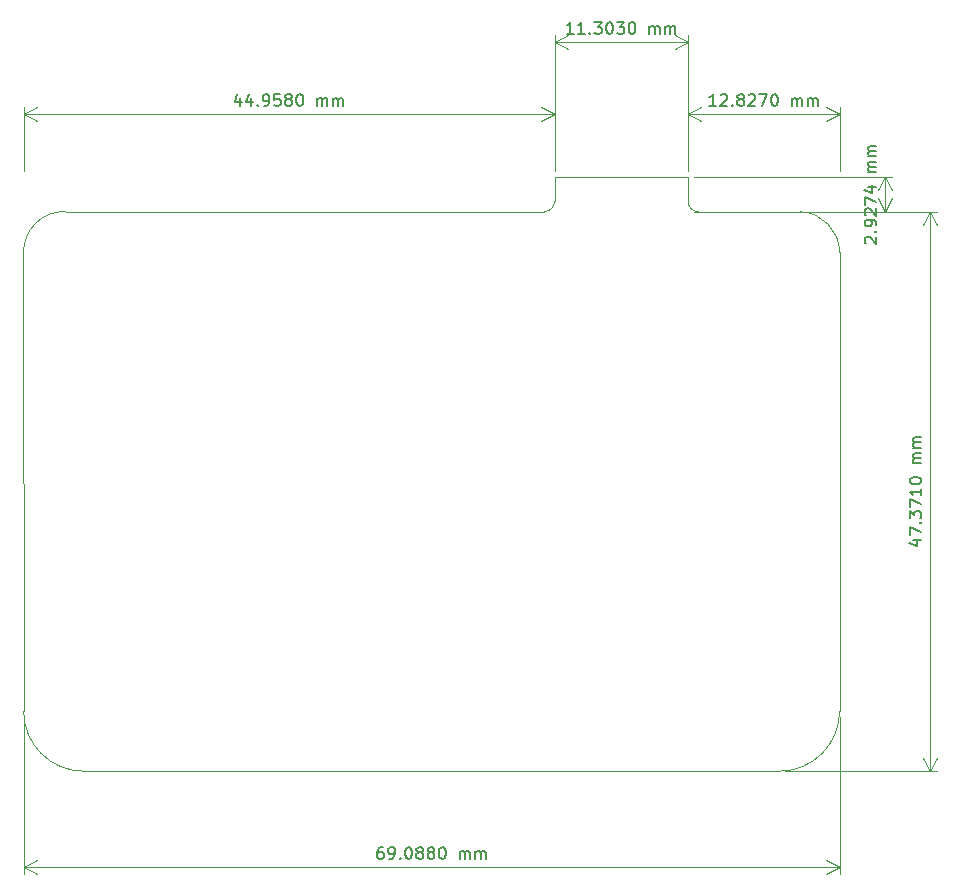
<source format=gbr>
%TF.GenerationSoftware,KiCad,Pcbnew,(6.0.7)*%
%TF.CreationDate,2022-08-09T22:38:16+07:00*%
%TF.ProjectId,Keypad-3,4b657970-6164-42d3-932e-6b696361645f,rev?*%
%TF.SameCoordinates,Original*%
%TF.FileFunction,Profile,NP*%
%FSLAX46Y46*%
G04 Gerber Fmt 4.6, Leading zero omitted, Abs format (unit mm)*
G04 Created by KiCad (PCBNEW (6.0.7)) date 2022-08-09 22:38:16*
%MOMM*%
%LPD*%
G01*
G04 APERTURE LIST*
%ADD10C,0.150000*%
%TA.AperFunction,Profile*%
%ADD11C,0.100000*%
%TD*%
G04 APERTURE END LIST*
D10*
X177213142Y-150702380D02*
X177022666Y-150702380D01*
X176927428Y-150750000D01*
X176879809Y-150797619D01*
X176784571Y-150940476D01*
X176736952Y-151130952D01*
X176736952Y-151511904D01*
X176784571Y-151607142D01*
X176832190Y-151654761D01*
X176927428Y-151702380D01*
X177117904Y-151702380D01*
X177213142Y-151654761D01*
X177260761Y-151607142D01*
X177308380Y-151511904D01*
X177308380Y-151273809D01*
X177260761Y-151178571D01*
X177213142Y-151130952D01*
X177117904Y-151083333D01*
X176927428Y-151083333D01*
X176832190Y-151130952D01*
X176784571Y-151178571D01*
X176736952Y-151273809D01*
X177784571Y-151702380D02*
X177975047Y-151702380D01*
X178070285Y-151654761D01*
X178117904Y-151607142D01*
X178213142Y-151464285D01*
X178260761Y-151273809D01*
X178260761Y-150892857D01*
X178213142Y-150797619D01*
X178165523Y-150750000D01*
X178070285Y-150702380D01*
X177879809Y-150702380D01*
X177784571Y-150750000D01*
X177736952Y-150797619D01*
X177689333Y-150892857D01*
X177689333Y-151130952D01*
X177736952Y-151226190D01*
X177784571Y-151273809D01*
X177879809Y-151321428D01*
X178070285Y-151321428D01*
X178165523Y-151273809D01*
X178213142Y-151226190D01*
X178260761Y-151130952D01*
X178689333Y-151607142D02*
X178736952Y-151654761D01*
X178689333Y-151702380D01*
X178641714Y-151654761D01*
X178689333Y-151607142D01*
X178689333Y-151702380D01*
X179356000Y-150702380D02*
X179451238Y-150702380D01*
X179546476Y-150750000D01*
X179594095Y-150797619D01*
X179641714Y-150892857D01*
X179689333Y-151083333D01*
X179689333Y-151321428D01*
X179641714Y-151511904D01*
X179594095Y-151607142D01*
X179546476Y-151654761D01*
X179451238Y-151702380D01*
X179356000Y-151702380D01*
X179260761Y-151654761D01*
X179213142Y-151607142D01*
X179165523Y-151511904D01*
X179117904Y-151321428D01*
X179117904Y-151083333D01*
X179165523Y-150892857D01*
X179213142Y-150797619D01*
X179260761Y-150750000D01*
X179356000Y-150702380D01*
X180260761Y-151130952D02*
X180165523Y-151083333D01*
X180117904Y-151035714D01*
X180070285Y-150940476D01*
X180070285Y-150892857D01*
X180117904Y-150797619D01*
X180165523Y-150750000D01*
X180260761Y-150702380D01*
X180451238Y-150702380D01*
X180546476Y-150750000D01*
X180594095Y-150797619D01*
X180641714Y-150892857D01*
X180641714Y-150940476D01*
X180594095Y-151035714D01*
X180546476Y-151083333D01*
X180451238Y-151130952D01*
X180260761Y-151130952D01*
X180165523Y-151178571D01*
X180117904Y-151226190D01*
X180070285Y-151321428D01*
X180070285Y-151511904D01*
X180117904Y-151607142D01*
X180165523Y-151654761D01*
X180260761Y-151702380D01*
X180451238Y-151702380D01*
X180546476Y-151654761D01*
X180594095Y-151607142D01*
X180641714Y-151511904D01*
X180641714Y-151321428D01*
X180594095Y-151226190D01*
X180546476Y-151178571D01*
X180451238Y-151130952D01*
X181213142Y-151130952D02*
X181117904Y-151083333D01*
X181070285Y-151035714D01*
X181022666Y-150940476D01*
X181022666Y-150892857D01*
X181070285Y-150797619D01*
X181117904Y-150750000D01*
X181213142Y-150702380D01*
X181403619Y-150702380D01*
X181498857Y-150750000D01*
X181546476Y-150797619D01*
X181594095Y-150892857D01*
X181594095Y-150940476D01*
X181546476Y-151035714D01*
X181498857Y-151083333D01*
X181403619Y-151130952D01*
X181213142Y-151130952D01*
X181117904Y-151178571D01*
X181070285Y-151226190D01*
X181022666Y-151321428D01*
X181022666Y-151511904D01*
X181070285Y-151607142D01*
X181117904Y-151654761D01*
X181213142Y-151702380D01*
X181403619Y-151702380D01*
X181498857Y-151654761D01*
X181546476Y-151607142D01*
X181594095Y-151511904D01*
X181594095Y-151321428D01*
X181546476Y-151226190D01*
X181498857Y-151178571D01*
X181403619Y-151130952D01*
X182213142Y-150702380D02*
X182308380Y-150702380D01*
X182403619Y-150750000D01*
X182451238Y-150797619D01*
X182498857Y-150892857D01*
X182546476Y-151083333D01*
X182546476Y-151321428D01*
X182498857Y-151511904D01*
X182451238Y-151607142D01*
X182403619Y-151654761D01*
X182308380Y-151702380D01*
X182213142Y-151702380D01*
X182117904Y-151654761D01*
X182070285Y-151607142D01*
X182022666Y-151511904D01*
X181975047Y-151321428D01*
X181975047Y-151083333D01*
X182022666Y-150892857D01*
X182070285Y-150797619D01*
X182117904Y-150750000D01*
X182213142Y-150702380D01*
X183736952Y-151702380D02*
X183736952Y-151035714D01*
X183736952Y-151130952D02*
X183784571Y-151083333D01*
X183879809Y-151035714D01*
X184022666Y-151035714D01*
X184117904Y-151083333D01*
X184165523Y-151178571D01*
X184165523Y-151702380D01*
X184165523Y-151178571D02*
X184213142Y-151083333D01*
X184308380Y-151035714D01*
X184451238Y-151035714D01*
X184546476Y-151083333D01*
X184594095Y-151178571D01*
X184594095Y-151702380D01*
X185070285Y-151702380D02*
X185070285Y-151035714D01*
X185070285Y-151130952D02*
X185117904Y-151083333D01*
X185213142Y-151035714D01*
X185356000Y-151035714D01*
X185451238Y-151083333D01*
X185498857Y-151178571D01*
X185498857Y-151702380D01*
X185498857Y-151178571D02*
X185546476Y-151083333D01*
X185641714Y-151035714D01*
X185784571Y-151035714D01*
X185879809Y-151083333D01*
X185927428Y-151178571D01*
X185927428Y-151702380D01*
D11*
X215900000Y-139692000D02*
X215900000Y-152986420D01*
X146812000Y-139692000D02*
X146812000Y-152986420D01*
X215900000Y-152400000D02*
X146812000Y-152400000D01*
X215900000Y-152400000D02*
X146812000Y-152400000D01*
X215900000Y-152400000D02*
X214773496Y-151813579D01*
X215900000Y-152400000D02*
X214773496Y-152986421D01*
X146812000Y-152400000D02*
X147938504Y-152986421D01*
X146812000Y-152400000D02*
X147938504Y-151813579D01*
D10*
X222155714Y-124729357D02*
X222822380Y-124729357D01*
X221774761Y-124967452D02*
X222489047Y-125205547D01*
X222489047Y-124586500D01*
X221822380Y-124300785D02*
X221822380Y-123634119D01*
X222822380Y-124062690D01*
X222727142Y-123253166D02*
X222774761Y-123205547D01*
X222822380Y-123253166D01*
X222774761Y-123300785D01*
X222727142Y-123253166D01*
X222822380Y-123253166D01*
X221822380Y-122872214D02*
X221822380Y-122253166D01*
X222203333Y-122586500D01*
X222203333Y-122443642D01*
X222250952Y-122348404D01*
X222298571Y-122300785D01*
X222393809Y-122253166D01*
X222631904Y-122253166D01*
X222727142Y-122300785D01*
X222774761Y-122348404D01*
X222822380Y-122443642D01*
X222822380Y-122729357D01*
X222774761Y-122824595D01*
X222727142Y-122872214D01*
X221822380Y-121919833D02*
X221822380Y-121253166D01*
X222822380Y-121681738D01*
X222822380Y-120348404D02*
X222822380Y-120919833D01*
X222822380Y-120634119D02*
X221822380Y-120634119D01*
X221965238Y-120729357D01*
X222060476Y-120824595D01*
X222108095Y-120919833D01*
X221822380Y-119729357D02*
X221822380Y-119634119D01*
X221870000Y-119538880D01*
X221917619Y-119491261D01*
X222012857Y-119443642D01*
X222203333Y-119396023D01*
X222441428Y-119396023D01*
X222631904Y-119443642D01*
X222727142Y-119491261D01*
X222774761Y-119538880D01*
X222822380Y-119634119D01*
X222822380Y-119729357D01*
X222774761Y-119824595D01*
X222727142Y-119872214D01*
X222631904Y-119919833D01*
X222441428Y-119967452D01*
X222203333Y-119967452D01*
X222012857Y-119919833D01*
X221917619Y-119872214D01*
X221870000Y-119824595D01*
X221822380Y-119729357D01*
X222822380Y-118205547D02*
X222155714Y-118205547D01*
X222250952Y-118205547D02*
X222203333Y-118157928D01*
X222155714Y-118062690D01*
X222155714Y-117919833D01*
X222203333Y-117824595D01*
X222298571Y-117776976D01*
X222822380Y-117776976D01*
X222298571Y-117776976D02*
X222203333Y-117729357D01*
X222155714Y-117634119D01*
X222155714Y-117491261D01*
X222203333Y-117396023D01*
X222298571Y-117348404D01*
X222822380Y-117348404D01*
X222822380Y-116872214D02*
X222155714Y-116872214D01*
X222250952Y-116872214D02*
X222203333Y-116824595D01*
X222155714Y-116729357D01*
X222155714Y-116586500D01*
X222203333Y-116491261D01*
X222298571Y-116443642D01*
X222822380Y-116443642D01*
X222298571Y-116443642D02*
X222203333Y-116396023D01*
X222155714Y-116300785D01*
X222155714Y-116157928D01*
X222203333Y-116062690D01*
X222298571Y-116015071D01*
X222822380Y-116015071D01*
D11*
X211320000Y-144272000D02*
X224106420Y-144272000D01*
X211320000Y-96901000D02*
X224106420Y-96901000D01*
X223520000Y-144272000D02*
X223520000Y-96901000D01*
X223520000Y-144272000D02*
X223520000Y-96901000D01*
X223520000Y-144272000D02*
X224106421Y-143145496D01*
X223520000Y-144272000D02*
X222933579Y-143145496D01*
X223520000Y-96901000D02*
X222933579Y-98027504D01*
X223520000Y-96901000D02*
X224106421Y-98027504D01*
D10*
X218107619Y-99586548D02*
X218060000Y-99538929D01*
X218012380Y-99443691D01*
X218012380Y-99205595D01*
X218060000Y-99110357D01*
X218107619Y-99062738D01*
X218202857Y-99015119D01*
X218298095Y-99015119D01*
X218440952Y-99062738D01*
X219012380Y-99634167D01*
X219012380Y-99015119D01*
X218917142Y-98586548D02*
X218964761Y-98538929D01*
X219012380Y-98586548D01*
X218964761Y-98634167D01*
X218917142Y-98586548D01*
X219012380Y-98586548D01*
X219012380Y-98062738D02*
X219012380Y-97872262D01*
X218964761Y-97777024D01*
X218917142Y-97729405D01*
X218774285Y-97634167D01*
X218583809Y-97586548D01*
X218202857Y-97586548D01*
X218107619Y-97634167D01*
X218060000Y-97681786D01*
X218012380Y-97777024D01*
X218012380Y-97967500D01*
X218060000Y-98062738D01*
X218107619Y-98110357D01*
X218202857Y-98157976D01*
X218440952Y-98157976D01*
X218536190Y-98110357D01*
X218583809Y-98062738D01*
X218631428Y-97967500D01*
X218631428Y-97777024D01*
X218583809Y-97681786D01*
X218536190Y-97634167D01*
X218440952Y-97586548D01*
X218107619Y-97205595D02*
X218060000Y-97157976D01*
X218012380Y-97062738D01*
X218012380Y-96824643D01*
X218060000Y-96729405D01*
X218107619Y-96681786D01*
X218202857Y-96634167D01*
X218298095Y-96634167D01*
X218440952Y-96681786D01*
X219012380Y-97253214D01*
X219012380Y-96634167D01*
X218012380Y-96300833D02*
X218012380Y-95634167D01*
X219012380Y-96062738D01*
X218345714Y-94824643D02*
X219012380Y-94824643D01*
X217964761Y-95062738D02*
X218679047Y-95300833D01*
X218679047Y-94681786D01*
X219012380Y-93538929D02*
X218345714Y-93538929D01*
X218440952Y-93538929D02*
X218393333Y-93491310D01*
X218345714Y-93396071D01*
X218345714Y-93253214D01*
X218393333Y-93157976D01*
X218488571Y-93110357D01*
X219012380Y-93110357D01*
X218488571Y-93110357D02*
X218393333Y-93062738D01*
X218345714Y-92967500D01*
X218345714Y-92824643D01*
X218393333Y-92729405D01*
X218488571Y-92681786D01*
X219012380Y-92681786D01*
X219012380Y-92205595D02*
X218345714Y-92205595D01*
X218440952Y-92205595D02*
X218393333Y-92157976D01*
X218345714Y-92062738D01*
X218345714Y-91919881D01*
X218393333Y-91824643D01*
X218488571Y-91777024D01*
X219012380Y-91777024D01*
X218488571Y-91777024D02*
X218393333Y-91729405D01*
X218345714Y-91634167D01*
X218345714Y-91491310D01*
X218393333Y-91396071D01*
X218488571Y-91348452D01*
X219012380Y-91348452D01*
D11*
X203573000Y-93980000D02*
X220296420Y-93980000D01*
X203573000Y-96907382D02*
X220296420Y-96907382D01*
X219710000Y-93980000D02*
X219710000Y-96907382D01*
X219710000Y-93980000D02*
X219710000Y-96907382D01*
X219710000Y-93980000D02*
X219123579Y-95106504D01*
X219710000Y-93980000D02*
X220296421Y-95106504D01*
X219710000Y-96907382D02*
X220296421Y-95780878D01*
X219710000Y-96907382D02*
X219123579Y-95780878D01*
D10*
X193373880Y-81852380D02*
X192802452Y-81852380D01*
X193088166Y-81852380D02*
X193088166Y-80852380D01*
X192992928Y-80995238D01*
X192897690Y-81090476D01*
X192802452Y-81138095D01*
X194326261Y-81852380D02*
X193754833Y-81852380D01*
X194040547Y-81852380D02*
X194040547Y-80852380D01*
X193945309Y-80995238D01*
X193850071Y-81090476D01*
X193754833Y-81138095D01*
X194754833Y-81757142D02*
X194802452Y-81804761D01*
X194754833Y-81852380D01*
X194707214Y-81804761D01*
X194754833Y-81757142D01*
X194754833Y-81852380D01*
X195135785Y-80852380D02*
X195754833Y-80852380D01*
X195421500Y-81233333D01*
X195564357Y-81233333D01*
X195659595Y-81280952D01*
X195707214Y-81328571D01*
X195754833Y-81423809D01*
X195754833Y-81661904D01*
X195707214Y-81757142D01*
X195659595Y-81804761D01*
X195564357Y-81852380D01*
X195278642Y-81852380D01*
X195183404Y-81804761D01*
X195135785Y-81757142D01*
X196373880Y-80852380D02*
X196469119Y-80852380D01*
X196564357Y-80900000D01*
X196611976Y-80947619D01*
X196659595Y-81042857D01*
X196707214Y-81233333D01*
X196707214Y-81471428D01*
X196659595Y-81661904D01*
X196611976Y-81757142D01*
X196564357Y-81804761D01*
X196469119Y-81852380D01*
X196373880Y-81852380D01*
X196278642Y-81804761D01*
X196231023Y-81757142D01*
X196183404Y-81661904D01*
X196135785Y-81471428D01*
X196135785Y-81233333D01*
X196183404Y-81042857D01*
X196231023Y-80947619D01*
X196278642Y-80900000D01*
X196373880Y-80852380D01*
X197040547Y-80852380D02*
X197659595Y-80852380D01*
X197326261Y-81233333D01*
X197469119Y-81233333D01*
X197564357Y-81280952D01*
X197611976Y-81328571D01*
X197659595Y-81423809D01*
X197659595Y-81661904D01*
X197611976Y-81757142D01*
X197564357Y-81804761D01*
X197469119Y-81852380D01*
X197183404Y-81852380D01*
X197088166Y-81804761D01*
X197040547Y-81757142D01*
X198278642Y-80852380D02*
X198373880Y-80852380D01*
X198469119Y-80900000D01*
X198516738Y-80947619D01*
X198564357Y-81042857D01*
X198611976Y-81233333D01*
X198611976Y-81471428D01*
X198564357Y-81661904D01*
X198516738Y-81757142D01*
X198469119Y-81804761D01*
X198373880Y-81852380D01*
X198278642Y-81852380D01*
X198183404Y-81804761D01*
X198135785Y-81757142D01*
X198088166Y-81661904D01*
X198040547Y-81471428D01*
X198040547Y-81233333D01*
X198088166Y-81042857D01*
X198135785Y-80947619D01*
X198183404Y-80900000D01*
X198278642Y-80852380D01*
X199802452Y-81852380D02*
X199802452Y-81185714D01*
X199802452Y-81280952D02*
X199850071Y-81233333D01*
X199945309Y-81185714D01*
X200088166Y-81185714D01*
X200183404Y-81233333D01*
X200231023Y-81328571D01*
X200231023Y-81852380D01*
X200231023Y-81328571D02*
X200278642Y-81233333D01*
X200373880Y-81185714D01*
X200516738Y-81185714D01*
X200611976Y-81233333D01*
X200659595Y-81328571D01*
X200659595Y-81852380D01*
X201135785Y-81852380D02*
X201135785Y-81185714D01*
X201135785Y-81280952D02*
X201183404Y-81233333D01*
X201278642Y-81185714D01*
X201421500Y-81185714D01*
X201516738Y-81233333D01*
X201564357Y-81328571D01*
X201564357Y-81852380D01*
X201564357Y-81328571D02*
X201611976Y-81233333D01*
X201707214Y-81185714D01*
X201850071Y-81185714D01*
X201945309Y-81233333D01*
X201992928Y-81328571D01*
X201992928Y-81852380D01*
D11*
X191770000Y-93480000D02*
X191770000Y-81963580D01*
X203073000Y-93480000D02*
X203073000Y-81963580D01*
X191770000Y-82550000D02*
X203073000Y-82550000D01*
X191770000Y-82550000D02*
X203073000Y-82550000D01*
X191770000Y-82550000D02*
X192896504Y-83136421D01*
X191770000Y-82550000D02*
X192896504Y-81963579D01*
X203073000Y-82550000D02*
X201946496Y-81963579D01*
X203073000Y-82550000D02*
X201946496Y-83136421D01*
D10*
X165148142Y-87281715D02*
X165148142Y-87948381D01*
X164910047Y-86900762D02*
X164671952Y-87615048D01*
X165291000Y-87615048D01*
X166100523Y-87281715D02*
X166100523Y-87948381D01*
X165862428Y-86900762D02*
X165624333Y-87615048D01*
X166243380Y-87615048D01*
X166624333Y-87853143D02*
X166671952Y-87900762D01*
X166624333Y-87948381D01*
X166576714Y-87900762D01*
X166624333Y-87853143D01*
X166624333Y-87948381D01*
X167148142Y-87948381D02*
X167338619Y-87948381D01*
X167433857Y-87900762D01*
X167481476Y-87853143D01*
X167576714Y-87710286D01*
X167624333Y-87519810D01*
X167624333Y-87138858D01*
X167576714Y-87043620D01*
X167529095Y-86996001D01*
X167433857Y-86948381D01*
X167243380Y-86948381D01*
X167148142Y-86996001D01*
X167100523Y-87043620D01*
X167052904Y-87138858D01*
X167052904Y-87376953D01*
X167100523Y-87472191D01*
X167148142Y-87519810D01*
X167243380Y-87567429D01*
X167433857Y-87567429D01*
X167529095Y-87519810D01*
X167576714Y-87472191D01*
X167624333Y-87376953D01*
X168529095Y-86948381D02*
X168052904Y-86948381D01*
X168005285Y-87424572D01*
X168052904Y-87376953D01*
X168148142Y-87329334D01*
X168386238Y-87329334D01*
X168481476Y-87376953D01*
X168529095Y-87424572D01*
X168576714Y-87519810D01*
X168576714Y-87757905D01*
X168529095Y-87853143D01*
X168481476Y-87900762D01*
X168386238Y-87948381D01*
X168148142Y-87948381D01*
X168052904Y-87900762D01*
X168005285Y-87853143D01*
X169148142Y-87376953D02*
X169052904Y-87329334D01*
X169005285Y-87281715D01*
X168957666Y-87186477D01*
X168957666Y-87138858D01*
X169005285Y-87043620D01*
X169052904Y-86996001D01*
X169148142Y-86948381D01*
X169338619Y-86948381D01*
X169433857Y-86996001D01*
X169481476Y-87043620D01*
X169529095Y-87138858D01*
X169529095Y-87186477D01*
X169481476Y-87281715D01*
X169433857Y-87329334D01*
X169338619Y-87376953D01*
X169148142Y-87376953D01*
X169052904Y-87424572D01*
X169005285Y-87472191D01*
X168957666Y-87567429D01*
X168957666Y-87757905D01*
X169005285Y-87853143D01*
X169052904Y-87900762D01*
X169148142Y-87948381D01*
X169338619Y-87948381D01*
X169433857Y-87900762D01*
X169481476Y-87853143D01*
X169529095Y-87757905D01*
X169529095Y-87567429D01*
X169481476Y-87472191D01*
X169433857Y-87424572D01*
X169338619Y-87376953D01*
X170148142Y-86948381D02*
X170243380Y-86948381D01*
X170338619Y-86996001D01*
X170386238Y-87043620D01*
X170433857Y-87138858D01*
X170481476Y-87329334D01*
X170481476Y-87567429D01*
X170433857Y-87757905D01*
X170386238Y-87853143D01*
X170338619Y-87900762D01*
X170243380Y-87948381D01*
X170148142Y-87948381D01*
X170052904Y-87900762D01*
X170005285Y-87853143D01*
X169957666Y-87757905D01*
X169910047Y-87567429D01*
X169910047Y-87329334D01*
X169957666Y-87138858D01*
X170005285Y-87043620D01*
X170052904Y-86996001D01*
X170148142Y-86948381D01*
X171671952Y-87948381D02*
X171671952Y-87281715D01*
X171671952Y-87376953D02*
X171719571Y-87329334D01*
X171814809Y-87281715D01*
X171957666Y-87281715D01*
X172052904Y-87329334D01*
X172100523Y-87424572D01*
X172100523Y-87948381D01*
X172100523Y-87424572D02*
X172148142Y-87329334D01*
X172243380Y-87281715D01*
X172386238Y-87281715D01*
X172481476Y-87329334D01*
X172529095Y-87424572D01*
X172529095Y-87948381D01*
X173005285Y-87948381D02*
X173005285Y-87281715D01*
X173005285Y-87376953D02*
X173052904Y-87329334D01*
X173148142Y-87281715D01*
X173291000Y-87281715D01*
X173386238Y-87329334D01*
X173433857Y-87424572D01*
X173433857Y-87948381D01*
X173433857Y-87424572D02*
X173481476Y-87329334D01*
X173576714Y-87281715D01*
X173719571Y-87281715D01*
X173814809Y-87329334D01*
X173862428Y-87424572D01*
X173862428Y-87948381D01*
D11*
X191770000Y-93480000D02*
X191770000Y-88059581D01*
X146812000Y-93480000D02*
X146812000Y-88059581D01*
X191770000Y-88646001D02*
X146812000Y-88646001D01*
X191770000Y-88646001D02*
X146812000Y-88646001D01*
X191770000Y-88646001D02*
X190643496Y-88059580D01*
X191770000Y-88646001D02*
X190643496Y-89232422D01*
X146812000Y-88646001D02*
X147938504Y-89232422D01*
X146812000Y-88646001D02*
X147938504Y-88059580D01*
D10*
X205438880Y-87948380D02*
X204867452Y-87948380D01*
X205153166Y-87948380D02*
X205153166Y-86948380D01*
X205057928Y-87091238D01*
X204962690Y-87186476D01*
X204867452Y-87234095D01*
X205819833Y-87043619D02*
X205867452Y-86996000D01*
X205962690Y-86948380D01*
X206200785Y-86948380D01*
X206296023Y-86996000D01*
X206343642Y-87043619D01*
X206391261Y-87138857D01*
X206391261Y-87234095D01*
X206343642Y-87376952D01*
X205772214Y-87948380D01*
X206391261Y-87948380D01*
X206819833Y-87853142D02*
X206867452Y-87900761D01*
X206819833Y-87948380D01*
X206772214Y-87900761D01*
X206819833Y-87853142D01*
X206819833Y-87948380D01*
X207438880Y-87376952D02*
X207343642Y-87329333D01*
X207296023Y-87281714D01*
X207248404Y-87186476D01*
X207248404Y-87138857D01*
X207296023Y-87043619D01*
X207343642Y-86996000D01*
X207438880Y-86948380D01*
X207629357Y-86948380D01*
X207724595Y-86996000D01*
X207772214Y-87043619D01*
X207819833Y-87138857D01*
X207819833Y-87186476D01*
X207772214Y-87281714D01*
X207724595Y-87329333D01*
X207629357Y-87376952D01*
X207438880Y-87376952D01*
X207343642Y-87424571D01*
X207296023Y-87472190D01*
X207248404Y-87567428D01*
X207248404Y-87757904D01*
X207296023Y-87853142D01*
X207343642Y-87900761D01*
X207438880Y-87948380D01*
X207629357Y-87948380D01*
X207724595Y-87900761D01*
X207772214Y-87853142D01*
X207819833Y-87757904D01*
X207819833Y-87567428D01*
X207772214Y-87472190D01*
X207724595Y-87424571D01*
X207629357Y-87376952D01*
X208200785Y-87043619D02*
X208248404Y-86996000D01*
X208343642Y-86948380D01*
X208581738Y-86948380D01*
X208676976Y-86996000D01*
X208724595Y-87043619D01*
X208772214Y-87138857D01*
X208772214Y-87234095D01*
X208724595Y-87376952D01*
X208153166Y-87948380D01*
X208772214Y-87948380D01*
X209105547Y-86948380D02*
X209772214Y-86948380D01*
X209343642Y-87948380D01*
X210343642Y-86948380D02*
X210438880Y-86948380D01*
X210534119Y-86996000D01*
X210581738Y-87043619D01*
X210629357Y-87138857D01*
X210676976Y-87329333D01*
X210676976Y-87567428D01*
X210629357Y-87757904D01*
X210581738Y-87853142D01*
X210534119Y-87900761D01*
X210438880Y-87948380D01*
X210343642Y-87948380D01*
X210248404Y-87900761D01*
X210200785Y-87853142D01*
X210153166Y-87757904D01*
X210105547Y-87567428D01*
X210105547Y-87329333D01*
X210153166Y-87138857D01*
X210200785Y-87043619D01*
X210248404Y-86996000D01*
X210343642Y-86948380D01*
X211867452Y-87948380D02*
X211867452Y-87281714D01*
X211867452Y-87376952D02*
X211915071Y-87329333D01*
X212010309Y-87281714D01*
X212153166Y-87281714D01*
X212248404Y-87329333D01*
X212296023Y-87424571D01*
X212296023Y-87948380D01*
X212296023Y-87424571D02*
X212343642Y-87329333D01*
X212438880Y-87281714D01*
X212581738Y-87281714D01*
X212676976Y-87329333D01*
X212724595Y-87424571D01*
X212724595Y-87948380D01*
X213200785Y-87948380D02*
X213200785Y-87281714D01*
X213200785Y-87376952D02*
X213248404Y-87329333D01*
X213343642Y-87281714D01*
X213486500Y-87281714D01*
X213581738Y-87329333D01*
X213629357Y-87424571D01*
X213629357Y-87948380D01*
X213629357Y-87424571D02*
X213676976Y-87329333D01*
X213772214Y-87281714D01*
X213915071Y-87281714D01*
X214010309Y-87329333D01*
X214057928Y-87424571D01*
X214057928Y-87948380D01*
D11*
X203073000Y-93480000D02*
X203073000Y-88059580D01*
X215900000Y-93480000D02*
X215900000Y-88059580D01*
X203073000Y-88646000D02*
X215900000Y-88646000D01*
X203073000Y-88646000D02*
X215900000Y-88646000D01*
X203073000Y-88646000D02*
X204199504Y-89232421D01*
X203073000Y-88646000D02*
X204199504Y-88059579D01*
X215900000Y-88646000D02*
X214773496Y-88059579D01*
X215900000Y-88646000D02*
X214773496Y-89232421D01*
X191770000Y-93980000D02*
X191770000Y-96012000D01*
X203073000Y-93980000D02*
X191770000Y-93980000D01*
X203066618Y-96018382D02*
X203073000Y-93980000D01*
X203066618Y-96018382D02*
G75*
G03*
X203955618Y-96907382I889000J0D01*
G01*
X190881000Y-96901000D02*
G75*
G03*
X191770000Y-96012000I0J889000D01*
G01*
X146812000Y-139192000D02*
X146800332Y-100344732D01*
X203955618Y-96907382D02*
X212598000Y-96910000D01*
X210820000Y-144272000D02*
G75*
G03*
X215900000Y-139192000I0J5080000D01*
G01*
X190881000Y-96901000D02*
X150368000Y-96890000D01*
X215900000Y-100355400D02*
X215900000Y-139192000D01*
X151892000Y-144272000D02*
X210820000Y-144272000D01*
X150367999Y-96890021D02*
G75*
G03*
X146800332Y-100344732I-111199J-3454679D01*
G01*
X146812000Y-139192000D02*
G75*
G03*
X151892000Y-144272000I5080000J0D01*
G01*
X215900013Y-100355400D02*
G75*
G03*
X212598000Y-96910000I-3448513J0D01*
G01*
M02*

</source>
